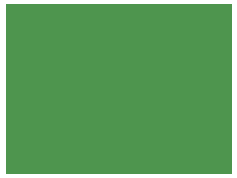
<source format=gbr>
%TF.GenerationSoftware,KiCad,Pcbnew,(5.1.6-0-10_14)*%
%TF.CreationDate,2020-06-15T14:29:28-04:00*%
%TF.ProjectId,preamp,70726561-6d70-42e6-9b69-6361645f7063,rev?*%
%TF.SameCoordinates,Original*%
%TF.FileFunction,Soldermask,Bot*%
%TF.FilePolarity,Negative*%
%FSLAX46Y46*%
G04 Gerber Fmt 4.6, Leading zero omitted, Abs format (unit mm)*
G04 Created by KiCad (PCBNEW (5.1.6-0-10_14)) date 2020-06-15 14:29:28*
%MOMM*%
%LPD*%
G01*
G04 APERTURE LIST*
%ADD10C,0.100000*%
%ADD11C,0.900000*%
G04 APERTURE END LIST*
D10*
G36*
X135636000Y-105486200D02*
G01*
X116586000Y-105486200D01*
X116586000Y-91186000D01*
X135636000Y-91186000D01*
X135636000Y-105486200D01*
G37*
X135636000Y-105486200D02*
X116586000Y-105486200D01*
X116586000Y-91186000D01*
X135636000Y-91186000D01*
X135636000Y-105486200D01*
D11*
X128524000Y-92964000D03*
X129794000Y-92202000D03*
X130556000Y-93472000D03*
X123825000Y-99314000D03*
X121818400Y-104013000D03*
X121818400Y-101854000D03*
X119837200Y-96266000D03*
X134874000Y-99212400D03*
X128981200Y-104597200D03*
X134823200Y-100990400D03*
X122936000Y-100584000D03*
X126746000Y-100330000D03*
X131318000Y-95504000D03*
X127254000Y-92202000D03*
X125666500Y-92583000D03*
X124968000Y-93980000D03*
X123952000Y-92964000D03*
X121920000Y-92964000D03*
X122936000Y-93980000D03*
X123952000Y-94996000D03*
X121920000Y-94996000D03*
X132588000Y-96266000D03*
X122936000Y-96012000D03*
X126873000Y-93472000D03*
X124968000Y-96012000D03*
M02*

</source>
